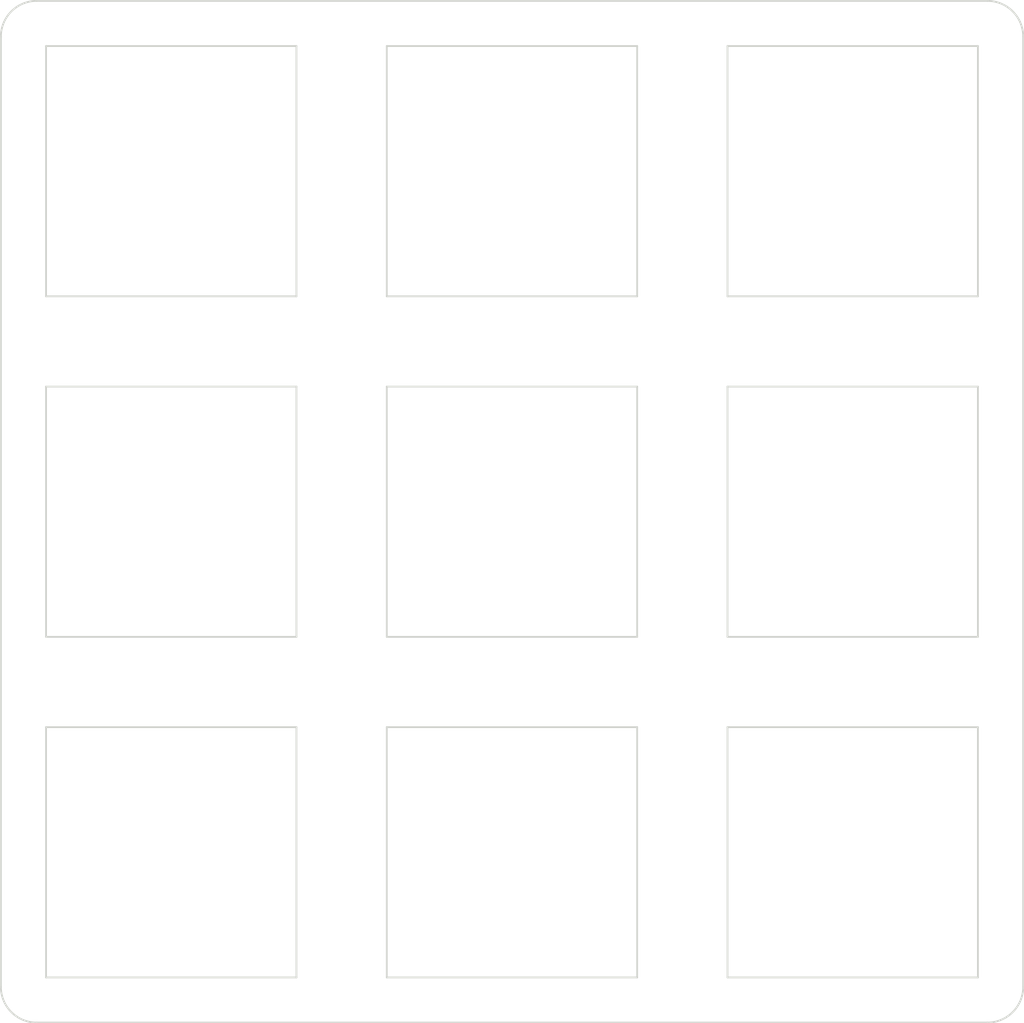
<source format=kicad_pcb>
(kicad_pcb (version 20211014) (generator pcbnew)

  (general
    (thickness 1.6)
  )

  (paper "A4")
  (title_block
    (title "KneadPad9 Top Plate")
    (rev "1")
  )

  (layers
    (0 "F.Cu" signal)
    (31 "B.Cu" signal)
    (32 "B.Adhes" user "B.Adhesive")
    (33 "F.Adhes" user "F.Adhesive")
    (34 "B.Paste" user)
    (35 "F.Paste" user)
    (36 "B.SilkS" user "B.Silkscreen")
    (37 "F.SilkS" user "F.Silkscreen")
    (38 "B.Mask" user)
    (39 "F.Mask" user)
    (40 "Dwgs.User" user "User.Drawings")
    (41 "Cmts.User" user "User.Comments")
    (42 "Eco1.User" user "User.Eco1")
    (43 "Eco2.User" user "User.Eco2")
    (44 "Edge.Cuts" user)
    (45 "Margin" user)
    (46 "B.CrtYd" user "B.Courtyard")
    (47 "F.CrtYd" user "F.Courtyard")
    (48 "B.Fab" user)
    (49 "F.Fab" user)
    (50 "User.1" user)
    (51 "User.2" user)
    (52 "User.3" user)
    (53 "User.4" user)
    (54 "User.5" user)
    (55 "User.6" user)
    (56 "User.7" user)
    (57 "User.8" user)
    (58 "User.9" user)
  )

  (setup
    (pad_to_mask_clearance 0)
    (pcbplotparams
      (layerselection 0x00010fc_ffffffff)
      (disableapertmacros false)
      (usegerberextensions false)
      (usegerberattributes true)
      (usegerberadvancedattributes true)
      (creategerberjobfile true)
      (svguseinch false)
      (svgprecision 6)
      (excludeedgelayer true)
      (plotframeref false)
      (viasonmask false)
      (mode 1)
      (useauxorigin false)
      (hpglpennumber 1)
      (hpglpenspeed 20)
      (hpglpendiameter 15.000000)
      (dxfpolygonmode true)
      (dxfimperialunits true)
      (dxfusepcbnewfont true)
      (psnegative false)
      (psa4output false)
      (plotreference true)
      (plotvalue true)
      (plotinvisibletext false)
      (sketchpadsonfab false)
      (subtractmaskfromsilk false)
      (outputformat 1)
      (mirror false)
      (drillshape 0)
      (scaleselection 1)
      (outputdirectory "gerber")
    )
  )

  (net 0 "")

  (gr_line (start 175.4 96.539204) (end 161.4 96.539204) (layer "Edge.Cuts") (width 0.1) (tstamp 0dd2d3bb-2e2c-450b-8f22-695bf8f7d5ad))
  (gr_line (start 123.3 96.539204) (end 123.3 82.539204) (layer "Edge.Cuts") (width 0.1) (tstamp 130009ad-ac5b-4bbb-b8cf-3c62e697fbb3))
  (gr_arc (start 175.93125 80.014204) (mid 177.345464 80.59999) (end 177.93125 82.014204) (layer "Edge.Cuts") (width 0.1) (tstamp 13c61233-62cd-4ddb-a654-15ee287d83b0))
  (gr_line (start 137.3 120.639204) (end 137.3 134.639204) (layer "Edge.Cuts") (width 0.1) (tstamp 1da52c11-91ae-4893-ac57-2804f4e11432))
  (gr_line (start 123.3 115.589204) (end 123.3 101.589204) (layer "Edge.Cuts") (width 0.1) (tstamp 1ec72226-b209-4934-80c9-0d186e3ad01c))
  (gr_line (start 137.3 101.589204) (end 137.3 115.589204) (layer "Edge.Cuts") (width 0.1) (tstamp 24dc8486-1864-41a5-9bbb-691a0d9bbd28))
  (gr_line (start 137.3 134.639204) (end 123.3 134.639204) (layer "Edge.Cuts") (width 0.1) (tstamp 2b84b47a-ea9c-46cc-88d1-7a91a5254e49))
  (gr_line (start 122.775 80.014204) (end 175.93125 80.014204) (layer "Edge.Cuts") (width 0.1) (tstamp 31f33ca2-be4f-4360-b540-afad9d907393))
  (gr_line (start 177.93125 82.014204) (end 177.93125 135.164204) (layer "Edge.Cuts") (width 0.1) (tstamp 39ee9baf-70db-489d-a3f1-bdfa7246dd44))
  (gr_line (start 156.35 82.539204) (end 156.35 96.539204) (layer "Edge.Cuts") (width 0.1) (tstamp 4340eb4e-0f9c-4950-8780-428c9e90b506))
  (gr_line (start 120.775 82.014204) (end 120.775 135.164204) (layer "Edge.Cuts") (width 0.1) (tstamp 45e4c3d3-b4de-479a-a8be-2ee76dc8a6fb))
  (gr_arc (start 120.775 82.014204) (mid 121.360796 80.6) (end 122.775 80.014204) (layer "Edge.Cuts") (width 0.1) (tstamp 4931e2de-7da4-4662-9493-87e4b80c1b13))
  (gr_line (start 161.4 115.589204) (end 161.4 101.589204) (layer "Edge.Cuts") (width 0.1) (tstamp 4b23fec7-def8-43ea-beb7-e241d80057c6))
  (gr_line (start 137.3 82.539204) (end 137.3 96.539204) (layer "Edge.Cuts") (width 0.1) (tstamp 51b9ce95-482c-4a1f-8e16-bec5f3406311))
  (gr_line (start 142.35 101.589204) (end 156.35 101.589204) (layer "Edge.Cuts") (width 0.1) (tstamp 52af40b6-fc2a-43f5-b768-781de403d492))
  (gr_line (start 161.4 101.589204) (end 175.4 101.589204) (layer "Edge.Cuts") (width 0.1) (tstamp 581da08f-14e8-49ea-afd8-3dd55ac3d6aa))
  (gr_line (start 137.3 96.539204) (end 123.3 96.539204) (layer "Edge.Cuts") (width 0.1) (tstamp 598b8598-3b9f-40ac-ae5d-f3ccea257e6d))
  (gr_line (start 175.4 115.589204) (end 161.4 115.589204) (layer "Edge.Cuts") (width 0.1) (tstamp 6304b48f-e9f1-46ba-b3a1-3b859a548c8a))
  (gr_line (start 123.3 134.639204) (end 123.3 120.639204) (layer "Edge.Cuts") (width 0.1) (tstamp 6f8bb4db-aa53-4f66-b823-07b3c3016dfe))
  (gr_line (start 142.35 134.639204) (end 142.35 120.639204) (layer "Edge.Cuts") (width 0.1) (tstamp 7499b53b-2da4-4002-afc6-71e12557f654))
  (gr_line (start 161.4 134.639204) (end 161.4 120.639204) (layer "Edge.Cuts") (width 0.1) (tstamp 8119473f-6ce0-4ce6-9860-0a01bec161b8))
  (gr_line (start 156.35 115.589204) (end 142.35 115.589204) (layer "Edge.Cuts") (width 0.1) (tstamp 81b5031f-d244-412b-86b3-5c7bcdac5dd4))
  (gr_line (start 142.35 82.539204) (end 156.35 82.539204) (layer "Edge.Cuts") (width 0.1) (tstamp 8365754f-d436-4f8f-8a89-b1417cd532dc))
  (gr_line (start 123.3 120.639204) (end 137.3 120.639204) (layer "Edge.Cuts") (width 0.1) (tstamp 8b02d46c-3782-4170-82b1-e92498066253))
  (gr_arc (start 177.93125 135.164204) (mid 177.345464 136.578418) (end 175.93125 137.164204) (layer "Edge.Cuts") (width 0.1) (tstamp 8f6111d8-43b9-450a-93e2-b3b64347c9f7))
  (gr_line (start 122.775 137.164204) (end 175.93125 137.164204) (layer "Edge.Cuts") (width 0.1) (tstamp 91d827f2-ee4a-4684-9f8a-a50e01544aac))
  (gr_line (start 161.4 120.639204) (end 175.4 120.639204) (layer "Edge.Cuts") (width 0.1) (tstamp 94b51d45-6625-4bcc-a2da-29c280f6199e))
  (gr_line (start 156.35 134.639204) (end 142.35 134.639204) (layer "Edge.Cuts") (width 0.1) (tstamp 95b37dde-40a7-4344-b14e-c4230bd2441a))
  (gr_line (start 175.4 120.639204) (end 175.4 134.639204) (layer "Edge.Cuts") (width 0.1) (tstamp 9c317d28-dd4b-4eb7-9ac4-28f8080e8fcb))
  (gr_line (start 175.4 134.639204) (end 161.4 134.639204) (layer "Edge.Cuts") (width 0.1) (tstamp 9dc6d509-4190-4786-b227-9168fcea736f))
  (gr_line (start 156.35 101.589204) (end 156.35 115.589204) (layer "Edge.Cuts") (width 0.1) (tstamp b4b41c20-c14e-4512-b4b3-3d189e7155ba))
  (gr_line (start 161.4 82.539204) (end 175.4 82.539204) (layer "Edge.Cuts") (width 0.1) (tstamp bbb73df8-dd9f-49ed-94ce-e9212f78a480))
  (gr_line (start 142.35 120.639204) (end 156.35 120.639204) (layer "Edge.Cuts") (width 0.1) (tstamp beed68b0-c7dc-44d6-a61c-098716c85692))
  (gr_line (start 175.4 82.539204) (end 175.4 96.539204) (layer "Edge.Cuts") (width 0.1) (tstamp bf6a48da-a36d-4acb-bfd3-164dc9d11ca1))
  (gr_arc (start 122.775 137.164204) (mid 121.360762 136.578442) (end 120.775 135.164204) (layer "Edge.Cuts") (width 0.1) (tstamp cd2a5f48-01bb-4ffb-ad43-51d5d98363f7))
  (gr_line (start 175.4 101.589204) (end 175.4 115.589204) (layer "Edge.Cuts") (width 0.1) (tstamp d400f19e-916c-4430-be7a-3a949a82a4af))
  (gr_line (start 123.3 101.589204) (end 137.3 101.589204) (layer "Edge.Cuts") (width 0.1) (tstamp d7f29332-d135-41b0-a93d-4c100e52f9e9))
  (gr_line (start 156.35 96.539204) (end 142.35 96.539204) (layer "Edge.Cuts") (width 0.1) (tstamp df7bfa13-5fc2-401e-9706-80c433c3859c))
  (gr_line (start 156.35 120.639204) (end 156.35 134.639204) (layer "Edge.Cuts") (width 0.1) (tstamp e016eb19-f542-46eb-87cb-f2688a9be9cb))
  (gr_line (start 142.35 96.539204) (end 142.35 82.539204) (layer "Edge.Cuts") (width 0.1) (tstamp e892f1ef-8375-4d3a-88b2-9a835d14f4b7))
  (gr_line (start 142.35 115.589204) (end 142.35 101.589204) (layer "Edge.Cuts") (width 0.1) (tstamp eb5f4659-694b-4523-8409-7cac7cbf9096))
  (gr_line (start 123.3 82.539204) (end 137.3 82.539204) (layer "Edge.Cuts") (width 0.1) (tstamp eed7575c-8664-4897-8c7f-39c1f748d769))
  (gr_line (start 137.3 115.589204) (end 123.3 115.589204) (layer "Edge.Cuts") (width 0.1) (tstamp f16a9e10-a875-423a-b008-cf97165a4915))
  (gr_line (start 161.4 96.539204) (end 161.4 82.539204) (layer "Edge.Cuts") (width 0.1) (tstamp f175ba6a-322b-45bb-921f-cf699d66309f))

)

</source>
